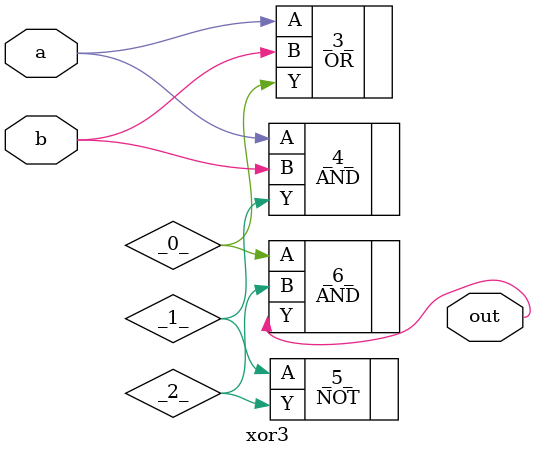
<source format=v>
/* Generated by Yosys 0.41+83 (git sha1 7045cf509, x86_64-w64-mingw32-g++ 13.2.1 -Os) */

/* cells_not_processed =  1  */
/* src = "xor3.v:2.1-12.10" */
module xor3(a, b, out);
  wire _0_;
  wire _1_;
  wire _2_;
  /* src = "xor3.v:3.9-3.10" */
  input a;
  wire a;
  /* src = "xor3.v:4.9-4.10" */
  input b;
  wire b;
  /* src = "xor3.v:5.14-5.17" */
  output out;
  wire out;
  OR _3_ (
    .A(a),
    .B(b),
    .Y(_0_)
  );
  AND _4_ (
    .A(a),
    .B(b),
    .Y(_1_)
  );
  NOT _5_ (
    .A(_1_),
    .Y(_2_)
  );
  AND _6_ (
    .A(_0_),
    .B(_2_),
    .Y(out)
  );
endmodule

</source>
